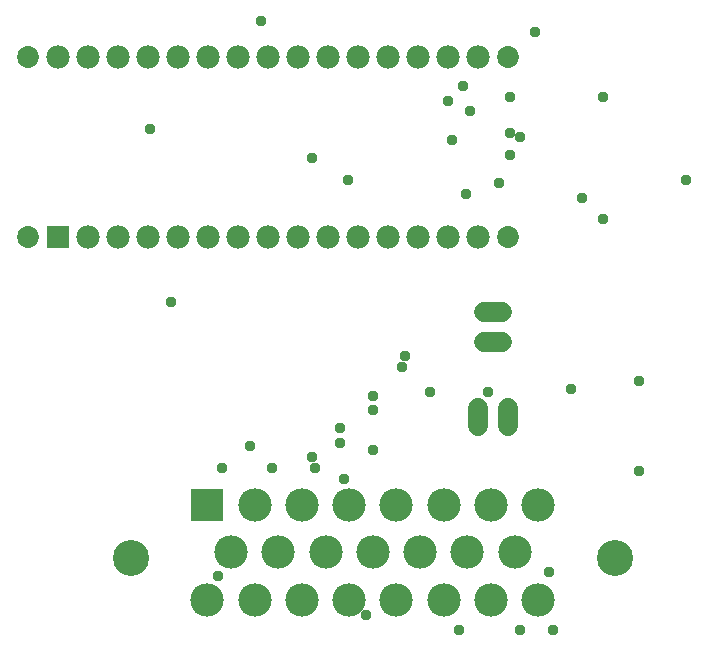
<source format=gbr>
G04 EAGLE Gerber X2 export*
%TF.Part,Single*%
%TF.FileFunction,Soldermask,Bot,1*%
%TF.FilePolarity,Negative*%
%TF.GenerationSoftware,Autodesk,EAGLE,9.1.3*%
%TF.CreationDate,2020-03-05T03:51:44Z*%
G75*
%MOMM*%
%FSLAX34Y34*%
%LPD*%
%AMOC8*
5,1,8,0,0,1.08239X$1,22.5*%
G01*
%ADD10C,1.727200*%
%ADD11R,1.981200X1.981200*%
%ADD12C,1.981200*%
%ADD13C,1.854200*%
%ADD14C,3.053200*%
%ADD15R,2.828200X2.828200*%
%ADD16C,2.828200*%
%ADD17C,0.959600*%


D10*
X414020Y139700D02*
X398780Y139700D01*
X398780Y165100D02*
X414020Y165100D01*
X419100Y83820D02*
X419100Y68580D01*
X393700Y68580D02*
X393700Y83820D01*
D11*
X38100Y228600D03*
D12*
X63500Y228600D03*
X88900Y228600D03*
X114300Y228600D03*
X139700Y228600D03*
X165100Y228600D03*
X190500Y228600D03*
X215900Y228600D03*
X241300Y228600D03*
X266700Y228600D03*
X292100Y228600D03*
X317500Y228600D03*
X342900Y228600D03*
X368300Y228600D03*
X393700Y228600D03*
X38100Y381000D03*
X63500Y381000D03*
X88900Y381000D03*
X114300Y381000D03*
X139700Y381000D03*
X165100Y381000D03*
X190500Y381000D03*
X215900Y381000D03*
X241300Y381000D03*
X266700Y381000D03*
X292100Y381000D03*
X317500Y381000D03*
X342900Y381000D03*
X368300Y381000D03*
X393700Y381000D03*
D13*
X419100Y228600D03*
X419100Y381000D03*
X12700Y381000D03*
X12700Y228600D03*
D14*
X99800Y-43100D03*
D15*
X164800Y1900D03*
D16*
X204800Y1900D03*
X244800Y1900D03*
X284800Y1900D03*
X324800Y1900D03*
X364800Y1900D03*
X404800Y1900D03*
X444800Y1900D03*
X184800Y-38100D03*
X224800Y-38100D03*
X264800Y-38100D03*
X304800Y-38100D03*
X344800Y-38100D03*
X384800Y-38100D03*
X424800Y-38100D03*
X164800Y-78100D03*
X204800Y-78100D03*
X244800Y-78100D03*
X284800Y-78100D03*
X324800Y-78100D03*
X364800Y-78100D03*
X404800Y-78100D03*
X444800Y-78100D03*
D14*
X509800Y-43100D03*
D17*
X210312Y411480D03*
X377952Y-103632D03*
X429768Y-103632D03*
X457200Y-103632D03*
X115824Y320040D03*
X283464Y277368D03*
X252984Y295656D03*
X134112Y173736D03*
X481584Y262128D03*
X499872Y243840D03*
X472440Y100584D03*
X304800Y82296D03*
X277368Y54864D03*
X256032Y33528D03*
X219456Y33528D03*
X201168Y51816D03*
X298704Y-91440D03*
X353568Y97536D03*
X304800Y48768D03*
X280416Y24384D03*
X387096Y335280D03*
X368808Y344424D03*
X371856Y310896D03*
X176784Y33528D03*
X332232Y128016D03*
X384048Y265176D03*
X441960Y402336D03*
X429768Y313944D03*
X411480Y274320D03*
X329184Y118872D03*
X304800Y94488D03*
X277368Y67056D03*
X252984Y42672D03*
X530352Y106680D03*
X530352Y30480D03*
X454152Y-54864D03*
X569976Y277368D03*
X499872Y347472D03*
X420624Y347472D03*
X381000Y356616D03*
X420624Y316992D03*
X420624Y298704D03*
X402336Y97536D03*
X173736Y-57912D03*
M02*

</source>
